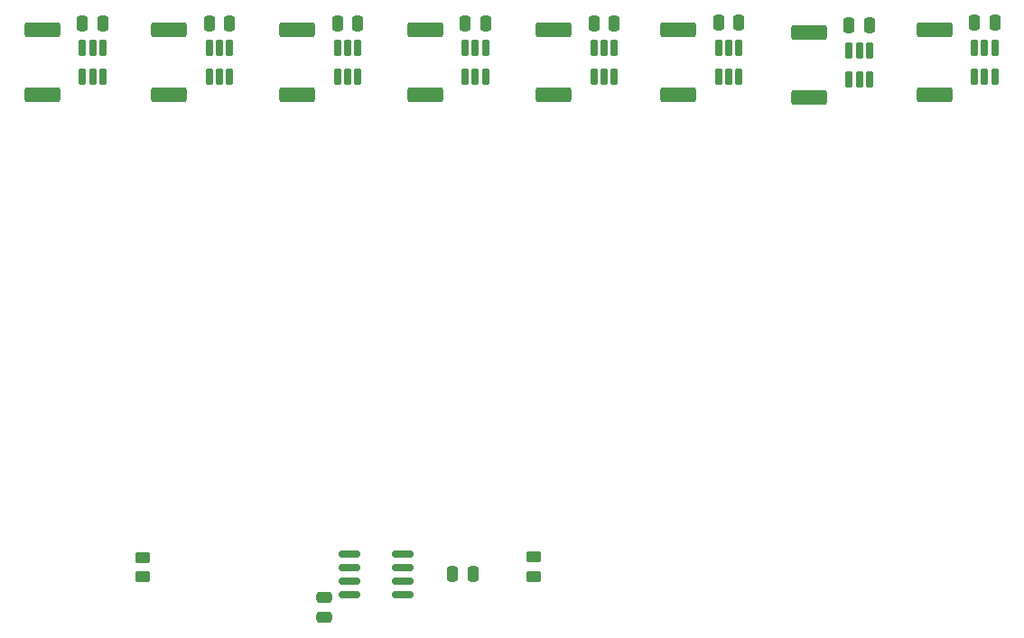
<source format=gbp>
G04 #@! TF.GenerationSoftware,KiCad,Pcbnew,9.0.5*
G04 #@! TF.CreationDate,2025-10-24T01:36:13-07:00*
G04 #@! TF.ProjectId,New CAN Accessories board,4e657720-4341-44e2-9041-63636573736f,rev?*
G04 #@! TF.SameCoordinates,Original*
G04 #@! TF.FileFunction,Paste,Bot*
G04 #@! TF.FilePolarity,Positive*
%FSLAX46Y46*%
G04 Gerber Fmt 4.6, Leading zero omitted, Abs format (unit mm)*
G04 Created by KiCad (PCBNEW 9.0.5) date 2025-10-24 01:36:13*
%MOMM*%
%LPD*%
G01*
G04 APERTURE LIST*
G04 Aperture macros list*
%AMRoundRect*
0 Rectangle with rounded corners*
0 $1 Rounding radius*
0 $2 $3 $4 $5 $6 $7 $8 $9 X,Y pos of 4 corners*
0 Add a 4 corners polygon primitive as box body*
4,1,4,$2,$3,$4,$5,$6,$7,$8,$9,$2,$3,0*
0 Add four circle primitives for the rounded corners*
1,1,$1+$1,$2,$3*
1,1,$1+$1,$4,$5*
1,1,$1+$1,$6,$7*
1,1,$1+$1,$8,$9*
0 Add four rect primitives between the rounded corners*
20,1,$1+$1,$2,$3,$4,$5,0*
20,1,$1+$1,$4,$5,$6,$7,0*
20,1,$1+$1,$6,$7,$8,$9,0*
20,1,$1+$1,$8,$9,$2,$3,0*%
G04 Aperture macros list end*
%ADD10RoundRect,0.150000X0.825000X0.150000X-0.825000X0.150000X-0.825000X-0.150000X0.825000X-0.150000X0*%
%ADD11RoundRect,0.162500X0.162500X-0.617500X0.162500X0.617500X-0.162500X0.617500X-0.162500X-0.617500X0*%
%ADD12RoundRect,0.249999X1.425001X-0.450001X1.425001X0.450001X-1.425001X0.450001X-1.425001X-0.450001X0*%
%ADD13RoundRect,0.250000X0.250000X0.475000X-0.250000X0.475000X-0.250000X-0.475000X0.250000X-0.475000X0*%
%ADD14RoundRect,0.250000X-0.475000X0.250000X-0.475000X-0.250000X0.475000X-0.250000X0.475000X0.250000X0*%
%ADD15RoundRect,0.250000X-0.250000X-0.475000X0.250000X-0.475000X0.250000X0.475000X-0.250000X0.475000X0*%
%ADD16RoundRect,0.250000X-0.450000X0.262500X-0.450000X-0.262500X0.450000X-0.262500X0.450000X0.262500X0*%
G04 APERTURE END LIST*
D10*
X53529000Y-90784499D03*
X53529000Y-92054499D03*
X53529000Y-93324499D03*
X53529000Y-94594499D03*
X48579000Y-94594499D03*
X48579000Y-93324499D03*
X48579000Y-92054499D03*
X48579000Y-90784499D03*
D11*
X49303000Y-46000000D03*
X48353000Y-46000000D03*
X47403000Y-46000000D03*
X47403000Y-43300000D03*
X48353000Y-43300000D03*
X49303000Y-43300000D03*
D12*
X19740000Y-47700000D03*
X19740000Y-41600000D03*
D13*
X61303000Y-40940000D03*
X59403000Y-40940000D03*
D14*
X46184000Y-94808000D03*
X46184000Y-96708000D03*
D11*
X61303000Y-46000000D03*
X60353000Y-46000000D03*
X59403000Y-46000000D03*
X59403000Y-43300000D03*
X60353000Y-43300000D03*
X61303000Y-43300000D03*
D12*
X55630000Y-47700000D03*
X55630000Y-41600000D03*
D13*
X25413000Y-40940000D03*
X23513000Y-40940000D03*
X85049000Y-40897000D03*
X83149000Y-40897000D03*
D12*
X79376000Y-47657000D03*
X79376000Y-41557000D03*
D11*
X109049000Y-45957000D03*
X108099000Y-45957000D03*
X107149000Y-45957000D03*
X107149000Y-43257000D03*
X108099000Y-43257000D03*
X109049000Y-43257000D03*
X97303000Y-46185000D03*
X96353000Y-46185000D03*
X95403000Y-46185000D03*
X95403000Y-43485000D03*
X96353000Y-43485000D03*
X97303000Y-43485000D03*
D13*
X49303000Y-40940000D03*
X47403000Y-40940000D03*
D12*
X67708571Y-47700000D03*
X67708571Y-41600000D03*
X31630000Y-47700000D03*
X31630000Y-41600000D03*
X103376000Y-47657000D03*
X103376000Y-41557000D03*
D13*
X37303000Y-40940000D03*
X35403000Y-40940000D03*
D15*
X58232000Y-92621999D03*
X60132000Y-92621999D03*
D13*
X109049000Y-40897000D03*
X107149000Y-40897000D03*
X97303000Y-41125000D03*
X95403000Y-41125000D03*
D11*
X73381571Y-46000000D03*
X72431571Y-46000000D03*
X71481571Y-46000000D03*
X71481571Y-43300000D03*
X72431571Y-43300000D03*
X73381571Y-43300000D03*
X85049000Y-45957000D03*
X84099000Y-45957000D03*
X83149000Y-45957000D03*
X83149000Y-43257000D03*
X84099000Y-43257000D03*
X85049000Y-43257000D03*
D13*
X73381571Y-40940000D03*
X71481571Y-40940000D03*
D11*
X37303000Y-46000000D03*
X36353000Y-46000000D03*
X35403000Y-46000000D03*
X35403000Y-43300000D03*
X36353000Y-43300000D03*
X37303000Y-43300000D03*
D16*
X29132000Y-91057000D03*
X29132000Y-92882000D03*
D12*
X43630000Y-47700000D03*
X43630000Y-41600000D03*
D11*
X25413000Y-46000000D03*
X24463000Y-46000000D03*
X23513000Y-46000000D03*
X23513000Y-43300000D03*
X24463000Y-43300000D03*
X25413000Y-43300000D03*
D16*
X65786000Y-91035500D03*
X65786000Y-92860500D03*
D12*
X91630000Y-47885000D03*
X91630000Y-41785000D03*
M02*

</source>
